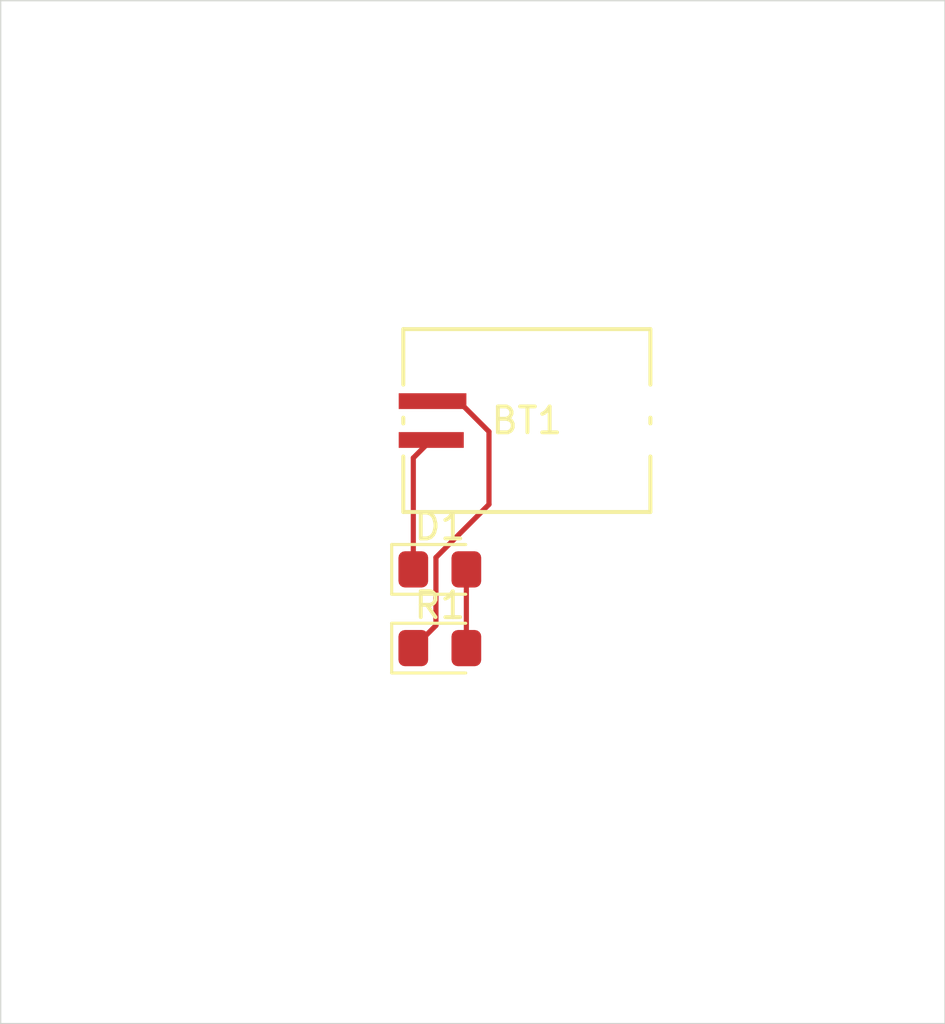
<source format=kicad_pcb>
(kicad_pcb (version 20240108) (generator "pcbnew") (generator_version "8.0")
  (title_block (title "Version 1.0"))
  (layers (0 "F.Cu" signal) (31 "B.Cu" signal) (34 "B.Paste" user) (35 "F.Paste" user) (36 "B.SilkS" user "B.Silkscreen") (37 "F.SilkS" user "F.Silkscreen") (38 "B.Mask" user) (39 "F.Mask" user) (44 "Edge.Cuts" user))
  (net 0 "")
  (net 1 "Net-(BT1-+)")
  (net 2 "Net-(BT1--)")
  (net 3 "Net-(D1-A)")
  (footprint "LED_SMD:LED_0805_2012Metric_Pad1.15x1.40mm_HandSolder" (layer "F.Cu") (at 122.975 69.46)
    (property "Reference" "D1" (at 0 -1.65 0) (layer "F.SilkS"))
    (property "Value" "LED")
    (fp_line (start -1.86 -0.96) (end -1.86 0.96) (stroke (width 0.12)) (layer "F.SilkS"))
    (fp_line (start -1.86 0.96) (end 1 0.96) (stroke (width 0.12)) (layer "F.SilkS"))
    (fp_line (start 1 -0.96) (end -1.86 -0.96) (stroke (width 0.12)) (layer "F.SilkS"))
    (pad "1" smd roundrect (at -1.025 0) (size 1.15 1.4) (layers "F.Cu" "F.Paste" "F.Mask") (roundrect_rratio 0.217391) (net 2 "Net-(BT1--)"))
    (pad "2" smd roundrect (at 1.025 0) (size 1.15 1.4) (layers "F.Cu" "F.Paste" "F.Mask") (roundrect_rratio 0.217391) (net 3 "Net-(D1-A)"))
  )
  (footprint "LED_SMD:LED_0805_2012Metric_Pad1.15x1.40mm_HandSolder" (layer "F.Cu") (at 122.975 72.5)
    (property "Reference" "R1" (at 0 -1.65 0) (layer "F.SilkS"))
    (property "Value" "R")
    (fp_line (start -1.86 -0.96) (end -1.86 0.96) (stroke (width 0.12)) (layer "F.SilkS"))
    (fp_line (start -1.86 0.96) (end 1 0.96) (stroke (width 0.12)) (layer "F.SilkS"))
    (fp_line (start 1 -0.96) (end -1.86 -0.96) (stroke (width 0.12)) (layer "F.SilkS"))
    (pad "1" smd roundrect (at -1.025 0) (size 1.15 1.4) (layers "F.Cu" "F.Paste" "F.Mask") (roundrect_rratio 0.217391) (net 1 "Net-(BT1-+)"))
    (pad "2" smd roundrect (at 1.025 0) (size 1.15 1.4) (layers "F.Cu" "F.Paste" "F.Mask") (roundrect_rratio 0.217391) (net 3 "Net-(D1-A)"))
  )
  (footprint "FS_3_Global_Footprint_Library:MS621FE-FL11E_SEC" (layer "F.Cu") (at 126.3382 63.7138)
    (property "Reference" "BT1" (at 0 0 0) (layer "F.SilkS"))
    (property "Value" "Battery_Cell")
    (fp_line (start -4.7752 -3.5306) (end -4.7752 -1.387541) (stroke (width 0.1524)) (layer "F.SilkS"))
    (fp_line (start -4.7752 -0.112461) (end -4.7752 0.112461) (stroke (width 0.1524)) (layer "F.SilkS"))
    (fp_line (start -4.7752 1.387541) (end -4.7752 3.5306) (stroke (width 0.1524)) (layer "F.SilkS"))
    (fp_line (start -4.7752 3.5306) (end 4.7752 3.5306) (stroke (width 0.1524)) (layer "F.SilkS"))
    (fp_line (start 4.7752 -3.5306) (end -4.7752 -3.5306) (stroke (width 0.1524)) (layer "F.SilkS"))
    (fp_line (start 4.7752 -1.387541) (end 4.7752 -3.5306) (stroke (width 0.1524)) (layer "F.SilkS"))
    (fp_line (start 4.7752 0.112461) (end 4.7752 -0.112461) (stroke (width 0.1524)) (layer "F.SilkS"))
    (fp_line (start 4.7752 3.5306) (end 4.7752 1.387541) (stroke (width 0.1524)) (layer "F.SilkS"))
    (pad "1" smd rect (at -3.6449 -0.750001) (size 2.6162 0.6096) (layers "F.Cu" "F.Paste" "F.Mask") (net 1 "Net-(BT1-+)"))
    (pad "2" smd rect (at -3.6957 0.750001) (size 2.5146 0.6096) (layers "F.Cu" "F.Paste" "F.Mask") (net 2 "Net-(BT1--)"))
  )
  (gr_rect (start 106 47.5) (end 142.5 87) (stroke (width 0.05)) (fill none) (layer "Edge.Cuts"))
  (segment (start 123.6966 62.963799) (end 124.875 64.142199) (width 0.2) (layer "F.Cu") (net 1))
  (segment (start 122.6933 62.963799) (end 123.6966 62.963799) (width 0.2) (layer "F.Cu") (net 1))
  (segment (start 124.875 66.95) (end 122.825 69) (width 0.2) (layer "F.Cu") (net 1))
  (segment (start 122.825 69) (end 122.825 71.625) (width 0.2) (layer "F.Cu") (net 1))
  (segment (start 122.825 71.625) (end 121.95 72.5) (width 0.2) (layer "F.Cu") (net 1))
  (segment (start 124.875 64.142199) (end 124.875 66.95) (width 0.2) (layer "F.Cu") (net 1))
  (segment (start 122.6425 64.463801) (end 122.553151 64.55315) (width 0.2) (layer "F.Cu") (net 2))
  (segment (start 121.95 65.156301) (end 121.95 69.46) (width 0.2) (layer "F.Cu") (net 2))
  (segment (start 122.553151 64.553151) (end 121.95 65.156301) (width 0.2) (layer "F.Cu") (net 2))
  (segment (start 122.553151 64.55315) (end 122.553151 64.553151) (width 0.2) (layer "F.Cu") (net 2))
  (segment (start 124 69.46) (end 124 72.5) (width 0.2) (layer "F.Cu") (net 3))
)
</source>
